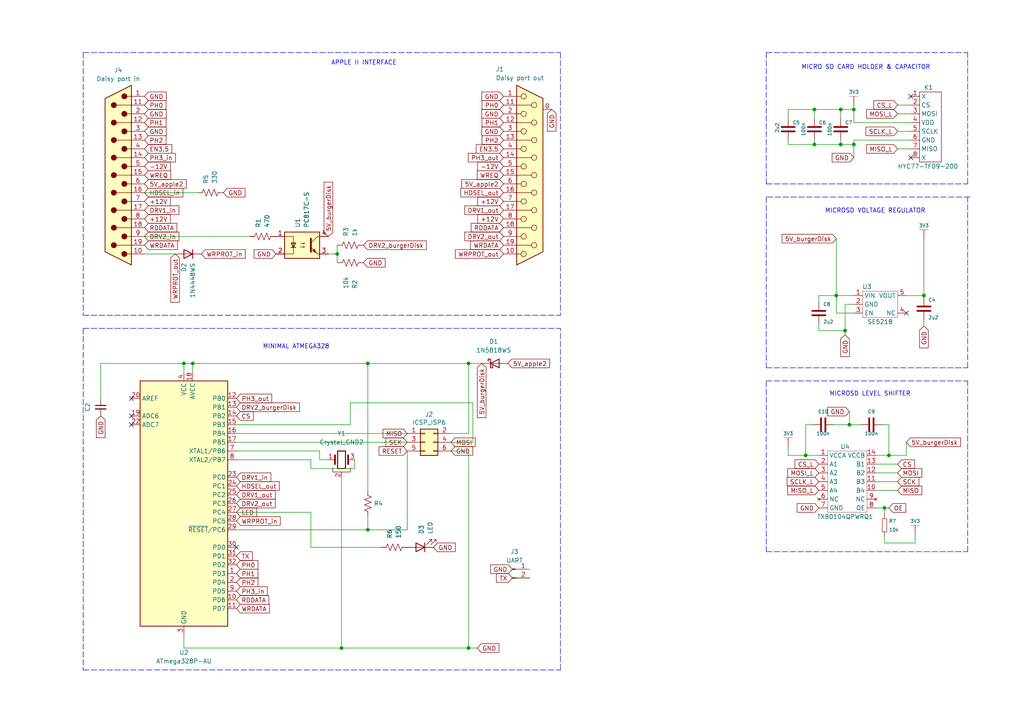
<source format=kicad_sch>
(kicad_sch (version 20250114) (generator "eeschema") (generator_version "9.0")
  (paper "A4")
  (title_block (title "DominoDisk - very small Apple II hard drive") (date "2026-01-28") (rev "v2") (company "Colin Leroy-Mira") (comment 1 "License: CC BY-SA"))
  (lib_symbols
    (symbol "Connector:Conn_01x02_Pin" (pin_names (offset 1.016) (hide yes))
      (property "Reference" "J" (at 0 2.54 0))
      (property "Value" "Conn_01x02_Pin" (at 0 -5.08 0))
      (symbol "Conn_01x02_Pin_1_1"
        (rectangle (start 0.8636 0.127) (end 0 -0.127) (stroke (width 0.1524)) (fill (type outline)))
        (rectangle (start 0.8636 -2.413) (end 0 -2.667) (stroke (width 0.1524)) (fill (type outline)))
        (polyline (pts (xy 1.27 0) (xy 0.8636 0)) (stroke (width 0.1524)))
        (polyline (pts (xy 1.27 -2.54) (xy 0.8636 -2.54)) (stroke (width 0.1524)))
        (pin passive line (at 5.08 0 180) (length 3.81) (name "Pin_1") (number "1"))
        (pin passive line (at 5.08 -2.54 180) (length 3.81) (name "Pin_2") (number "2"))
      )
    )
    (symbol "Connector_Generic:Conn_02x03_Odd_Even" (pin_names (offset 1.016) (hide yes))
      (property "Reference" "J" (at 1.27 5.08 0))
      (property "Value" "Conn_02x03_Odd_Even" (at 1.27 -5.08 0))
      (symbol "Conn_02x03_Odd_Even_1_1"
        (rectangle (start -1.27 3.81) (end 3.81 -3.81) (stroke (width 0.254)) (fill (type background)))
        (rectangle (start -1.27 2.667) (end 0 2.413) (stroke (width 0.1524)))
        (rectangle (start -1.27 0.127) (end 0 -0.127) (stroke (width 0.1524)))
        (rectangle (start -1.27 -2.413) (end 0 -2.667) (stroke (width 0.1524)))
        (rectangle (start 3.81 2.667) (end 2.54 2.413) (stroke (width 0.1524)))
        (rectangle (start 3.81 0.127) (end 2.54 -0.127) (stroke (width 0.1524)))
        (rectangle (start 3.81 -2.413) (end 2.54 -2.667) (stroke (width 0.1524)))
        (pin passive line (at -5.08 2.54 0) (length 3.81) (name "Pin_1") (number "1"))
        (pin passive line (at -5.08 0 0) (length 3.81) (name "Pin_3") (number "3"))
        (pin passive line (at -5.08 -2.54 0) (length 3.81) (name "Pin_5") (number "5"))
        (pin passive line (at 7.62 2.54 180) (length 3.81) (name "Pin_2") (number "2"))
        (pin passive line (at 7.62 0 180) (length 3.81) (name "Pin_4") (number "4"))
        (pin passive line (at 7.62 -2.54 180) (length 3.81) (name "Pin_6") (number "6"))
      )
    )
    (symbol "Device:C_Small" (pin_numbers (hide yes)) (pin_names (offset 0.254) (hide yes))
      (property "Reference" "C" (at 0.254 1.778 0))
      (property "Value" "C_Small" (at 0.254 -2.032 0))
      (symbol "C_Small_0_1"
        (polyline (pts (xy -1.524 0.508) (xy 1.524 0.508)) (stroke (width 0.3048)))
        (polyline (pts (xy -1.524 -0.508) (xy 1.524 -0.508)) (stroke (width 0.3302)))
      )
      (symbol "C_Small_1_1"
        (pin passive line (at 0 2.54 270) (length 2.032) (name "~") (number "1"))
        (pin passive line (at 0 -2.54 90) (length 2.032) (name "~") (number "2"))
      )
    )
    (symbol "Device:Crystal_GND2" (pin_names (offset 1.016) (hide yes))
      (property "Reference" "Y" (at 0 5.715 0))
      (property "Value" "Crystal_GND2" (at 0 3.81 0))
      (symbol "Crystal_GND2_0_1"
        (polyline (pts (xy -2.54 0) (xy -1.905 0)))
        (polyline (pts (xy -2.54 -2.286) (xy -2.54 -3.556) (xy 2.54 -3.556) (xy 2.54 -2.286)))
        (polyline (pts (xy -1.905 -1.27) (xy -1.905 1.27)) (stroke (width 0.508)))
        (rectangle (start -1.143 2.54) (end 1.143 -2.54) (stroke (width 0.3048)))
        (polyline (pts (xy 0 -3.81) (xy 0 -3.556)))
        (polyline (pts (xy 1.905 1.27) (xy 1.905 -1.27)) (stroke (width 0.508)))
        (polyline (pts (xy 1.905 0) (xy 2.54 0)))
      )
      (symbol "Crystal_GND2_1_1"
        (pin passive line (at -3.81 0 0) (length 1.27) (name "1") (number "1"))
        (pin passive line (at 0 -5.08 90) (length 1.27) (name "2") (number "2"))
        (pin passive line (at 3.81 0 180) (length 1.27) (name "3") (number "3"))
      )
    )
    (symbol "Device:LED" (pin_numbers (hide yes)) (pin_names (offset 1.016) (hide yes))
      (property "Reference" "D" (at 0 2.54 0))
      (property "Value" "LED" (at 0 -2.54 0))
      (symbol "LED_0_1"
        (polyline (pts (xy -3.048 -0.762) (xy -4.572 -2.286) (xy -3.81 -2.286) (xy -4.572 -2.286) (xy -4.572 -1.524)))
        (polyline (pts (xy -1.778 -0.762) (xy -3.302 -2.286) (xy -2.54 -2.286) (xy -3.302 -2.286) (xy -3.302 -1.524)))
        (polyline (pts (xy -1.27 0) (xy 1.27 0)))
        (polyline (pts (xy -1.27 -1.27) (xy -1.27 1.27)) (stroke (width 0.254)))
        (polyline (pts (xy 1.27 -1.27) (xy 1.27 1.27) (xy -1.27 0) (xy 1.27 -1.27)) (stroke (width 0.254)))
      )
      (symbol "LED_1_1"
        (pin passive line (at -3.81 0 0) (length 2.54) (name "K") (number "1"))
        (pin passive line (at 3.81 0 180) (length 2.54) (name "A") (number "2"))
      )
    )
    (symbol "Device:R_US" (pin_numbers (hide yes)) (pin_names (offset 0))
      (property "Reference" "R" (at 2.54 0 90))
      (property "Value" "R_US" (at -2.54 0 90))
      (symbol "R_US_0_1"
        (polyline (pts (xy 0 2.286) (xy 0 2.54)))
        (polyline (pts (xy 0 2.286) (xy 1.016 1.905) (xy 0 1.524) (xy -1.016 1.143) (xy 0 0.762)))
        (polyline (pts (xy 0 0.762) (xy 1.016 0.381) (xy 0 0) (xy -1.016 -0.381) (xy 0 -0.762)))
        (polyline (pts (xy 0 -0.762) (xy 1.016 -1.143) (xy 0 -1.524) (xy -1.016 -1.905) (xy 0 -2.286)))
        (polyline (pts (xy 0 -2.286) (xy 0 -2.54)))
      )
      (symbol "R_US_1_1"
        (pin passive line (at 0 3.81 270) (length 1.27) (name "~") (number "1"))
        (pin passive line (at 0 -3.81 90) (length 1.27) (name "~") (number "2"))
      )
    )
    (symbol "Diode:1N4448" (pin_numbers (hide yes)) (pin_names (hide yes))
      (property "Reference" "D" (at 0 2.54 0))
      (property "Value" "1N4448" (at 0 -2.54 0))
      (symbol "1N4448_0_1"
        (polyline (pts (xy -1.27 1.27) (xy -1.27 -1.27)) (stroke (width 0.254)))
        (polyline (pts (xy 1.27 1.27) (xy 1.27 -1.27) (xy -1.27 0) (xy 1.27 1.27)) (stroke (width 0.254)))
        (polyline (pts (xy 1.27 0) (xy -1.27 0)))
      )
      (symbol "1N4448_1_1"
        (pin passive line (at -3.81 0 0) (length 2.54) (name "K") (number "1"))
        (pin passive line (at 3.81 0 180) (length 2.54) (name "A") (number "2"))
      )
    )
    (symbol "Diode:1N5818" (pin_numbers (hide yes)) (pin_names (offset 1.016) (hide yes))
      (property "Reference" "D" (at 0 2.54 0))
      (property "Value" "1N5818" (at 0 -2.54 0))
      (symbol "1N5818_0_1"
        (polyline (pts (xy -1.905 0.635) (xy -1.905 1.27) (xy -1.27 1.27) (xy -1.27 -1.27) (xy -0.635 -1.27) (xy -0.635 -0.635)) (stroke (width 0.254)))
        (polyline (pts (xy 1.27 1.27) (xy 1.27 -1.27) (xy -1.27 0) (xy 1.27 1.27)) (stroke (width 0.254)))
        (polyline (pts (xy 1.27 0) (xy -1.27 0)))
      )
      (symbol "1N5818_1_1"
        (pin passive line (at -3.81 0 0) (length 2.54) (name "K") (number "1"))
        (pin passive line (at 3.81 0 180) (length 2.54) (name "A") (number "2"))
      )
    )
    (symbol "Isolator:PC817" (pin_names (offset 1.016))
      (property "Reference" "U" (at -5.08 5.08 0))
      (property "Value" "PC817" (at 0 5.08 0))
      (symbol "PC817_0_1"
        (rectangle (start -5.08 3.81) (end 5.08 -3.81) (stroke (width 0.254)) (fill (type background)))
        (polyline (pts (xy -5.08 2.54) (xy -2.54 2.54) (xy -2.54 -0.635)))
        (polyline (pts (xy -3.175 -0.635) (xy -1.905 -0.635)) (stroke (width 0.254)))
        (polyline (pts (xy -2.54 -0.635) (xy -2.54 -2.54) (xy -5.08 -2.54)))
        (polyline (pts (xy -2.54 -0.635) (xy -3.175 0.635) (xy -1.905 0.635) (xy -2.54 -0.635)) (stroke (width 0.254)))
        (polyline (pts (xy -0.508 0.508) (xy 0.762 0.508) (xy 0.381 0.381) (xy 0.381 0.635) (xy 0.762 0.508)))
        (polyline (pts (xy -0.508 -0.508) (xy 0.762 -0.508) (xy 0.381 -0.635) (xy 0.381 -0.381) (xy 0.762 -0.508)))
        (polyline (pts (xy 2.54 1.905) (xy 2.54 -1.905) (xy 2.54 -1.905)) (stroke (width 0.508)))
        (polyline (pts (xy 2.54 0.635) (xy 4.445 2.54)))
        (polyline (pts (xy 3.048 -1.651) (xy 3.556 -1.143) (xy 4.064 -2.159) (xy 3.048 -1.651) (xy 3.048 -1.651)) (fill (type outline)))
        (polyline (pts (xy 4.445 2.54) (xy 5.08 2.54)))
        (polyline (pts (xy 4.445 -2.54) (xy 2.54 -0.635)) (fill (type outline)))
        (polyline (pts (xy 4.445 -2.54) (xy 5.08 -2.54)))
      )
      (symbol "PC817_1_1"
        (pin passive line (at -7.62 2.54 0) (length 2.54) (name "~") (number "1"))
        (pin passive line (at -7.62 -2.54 0) (length 2.54) (name "~") (number "2"))
        (pin passive line (at 7.62 2.54 180) (length 2.54) (name "~") (number "4"))
        (pin passive line (at 7.62 -2.54 180) (length 2.54) (name "~") (number "3"))
      )
    )
    (symbol "MCU_Microchip_ATmega:ATmega328P-AU"
      (property "Reference" "U3" (at 0 -43.18 0))
      (property "Value" "ATmega328P-AU" (at 0 -45.72 0))
      (symbol "ATmega328P-AU_0_1"
        (rectangle (start -12.7 -35.56) (end 12.7 35.56) (stroke (width 0.254)) (fill (type background)))
      )
      (symbol "ATmega328P-AU_1_1"
        (pin passive line (at -15.24 30.48 0) (length 2.54) (name "AREF") (number "20"))
        (pin input line (at -15.24 25.4 0) (length 2.54) (name "ADC6") (number "19"))
        (pin input line (at -15.24 22.86 0) (length 2.54) (name "ADC7") (number "22"))
        (pin power_in line (at 0 38.1 270) (length 2.54) (name "VCC") (number "4"))
        (pin passive line (at 0 38.1 270) (length 2.54) (hide yes) (name "VCC") (number "6"))
        (pin passive line (at 0 -38.1 90) (length 2.54) (hide yes) (name "GND") (number "21"))
        (pin passive line (at 0 -38.1 90) (length 2.54) (name "GND") (number "3"))
        (pin passive line (at 0 -38.1 90) (length 2.54) (hide yes) (name "GND") (number "5"))
        (pin power_in line (at 2.54 38.1 270) (length 2.54) (name "AVCC") (number "18"))
        (pin tri_state line (at 15.24 30.48 180) (length 2.54) (name "PB0") (number "12"))
        (pin tri_state line (at 15.24 27.94 180) (length 2.54) (name "PB1") (number "13"))
        (pin tri_state line (at 15.24 25.4 180) (length 2.54) (name "PB2") (number "14"))
        (pin tri_state line (at 15.24 22.86 180) (length 2.54) (name "PB3") (number "15"))
        (pin tri_state line (at 15.24 20.32 180) (length 2.54) (name "PB4") (number "16"))
        (pin tri_state line (at 15.24 17.78 180) (length 2.54) (name "PB5") (number "17"))
        (pin tri_state line (at 15.24 15.24 180) (length 2.54) (name "XTAL1/PB6") (number "7"))
        (pin tri_state line (at 15.24 12.7 180) (length 2.54) (name "XTAL2/PB7") (number "8"))
        (pin tri_state line (at 15.24 7.62 180) (length 2.54) (name "PC0") (number "23"))
        (pin tri_state line (at 15.24 5.08 180) (length 2.54) (name "PC1") (number "24"))
        (pin tri_state line (at 15.24 2.54 180) (length 2.54) (name "PC2") (number "25"))
        (pin tri_state line (at 15.24 0 180) (length 2.54) (name "PC3") (number "26"))
        (pin tri_state line (at 15.24 -2.54 180) (length 2.54) (name "PC4") (number "27"))
        (pin tri_state line (at 15.24 -5.08 180) (length 2.54) (name "PC5") (number "28"))
        (pin tri_state line (at 15.24 -7.62 180) (length 2.54) (name "~{RESET}/PC6") (number "29"))
        (pin tri_state line (at 15.24 -12.7 180) (length 2.54) (name "PD0") (number "30"))
        (pin tri_state line (at 15.24 -15.24 180) (length 2.54) (name "PD1") (number "31"))
        (pin tri_state line (at 15.24 -17.78 180) (length 2.54) (name "PD2") (number "32"))
        (pin tri_state line (at 15.24 -20.32 180) (length 2.54) (name "PD3") (number "1"))
        (pin tri_state line (at 15.24 -22.86 180) (length 2.54) (name "PD4") (number "2"))
        (pin tri_state line (at 15.24 -25.4 180) (length 2.54) (name "PD5") (number "9"))
        (pin tri_state line (at 15.24 -27.94 180) (length 2.54) (name "PD6") (number "10"))
        (pin tri_state line (at 15.24 -30.48 180) (length 2.54) (name "PD7") (number "11"))
      )
    )
    (symbol "db19:DB19_Female" (pin_names (offset 1.016) (hide yes))
      (property "Reference" "J1" (at -9.906 30.734 0))
      (property "Value" "Daisy port out" (at -9.906 28.194 0))
      (symbol "DB19_Female_0_1"
        (polyline (pts (xy -3.81 26.035) (xy 3.81 22.225) (xy 3.81 -22.225) (xy -3.81 -26.035) (xy -3.81 26.035)) (stroke (width 0.254)) (fill (type background)))
        (polyline (pts (xy -3.81 22.86) (xy -2.54 22.86)))
        (polyline (pts (xy -3.81 20.32) (xy 0.508 20.32)))
        (polyline (pts (xy -3.81 17.78) (xy -2.54 17.78)))
        (polyline (pts (xy -3.81 15.24) (xy 0.508 15.24)))
        (polyline (pts (xy -3.81 12.7) (xy -2.54 12.7)))
        (polyline (pts (xy -3.81 10.16) (xy 0.508 10.16)))
        (polyline (pts (xy -3.81 7.62) (xy -2.54 7.62)))
        (polyline (pts (xy -3.81 5.08) (xy 0.508 5.08)))
        (polyline (pts (xy -3.81 2.54) (xy -2.54 2.54)))
        (polyline (pts (xy -3.81 0) (xy 0.508 0)))
        (polyline (pts (xy -3.81 -2.54) (xy -2.54 -2.54)))
        (polyline (pts (xy -3.81 -5.08) (xy 0.508 -5.08)))
        (polyline (pts (xy -3.81 -7.62) (xy -2.54 -7.62)))
        (polyline (pts (xy -3.81 -10.16) (xy 0.508 -10.16)))
        (polyline (pts (xy -3.81 -12.7) (xy -2.54 -12.7)))
        (polyline (pts (xy -3.81 -15.24) (xy 0.508 -15.24)))
        (polyline (pts (xy -3.81 -17.78) (xy -2.54 -17.78)))
        (polyline (pts (xy -3.81 -20.32) (xy 0.508 -20.32)))
        (polyline (pts (xy -3.81 -22.86) (xy -2.54 -22.86)))
        (circle (center -1.778 22.86) (radius 0.762))
        (circle (center -1.778 17.78) (radius 0.762))
        (circle (center -1.778 12.7) (radius 0.762))
        (circle (center -1.778 7.62) (radius 0.762))
        (circle (center -1.778 2.54) (radius 0.762))
        (circle (center -1.778 -2.54) (radius 0.762))
        (circle (center -1.778 -7.62) (radius 0.762))
        (circle (center -1.778 -12.7) (radius 0.762))
        (circle (center -1.778 -17.78) (radius 0.762))
        (circle (center -1.778 -22.86) (radius 0.762))
        (circle (center 1.27 20.32) (radius 0.762))
        (circle (center 1.27 15.24) (radius 0.762))
        (circle (center 1.27 10.16) (radius 0.762))
        (circle (center 1.27 5.08) (radius 0.762))
        (circle (center 1.27 0) (radius 0.762))
        (circle (center 1.27 -5.08) (radius 0.762))
        (circle (center 1.27 -10.16) (radius 0.762))
        (circle (center 1.27 -15.24) (radius 0.762))
        (circle (center 1.27 -20.32) (radius 0.762))
      )
      (symbol "DB19_Female_1_1"
        (pin passive line (at -7.62 22.86 0) (length 3.81) (name "1") (number "1"))
        (pin passive line (at -7.62 20.32 0) (length 3.81) (name "P11") (number "11"))
        (pin passive line (at -7.62 17.78 0) (length 3.81) (name "2") (number "2"))
        (pin passive line (at -7.62 15.24 0) (length 3.81) (name "P12") (number "12"))
        (pin passive line (at -7.62 12.7 0) (length 3.81) (name "3") (number "3"))
        (pin passive line (at -7.62 10.16 0) (length 3.81) (name "P13") (number "13"))
        (pin passive line (at -7.62 7.62 0) (length 3.81) (name "4") (number "4"))
        (pin passive line (at -7.62 5.08 0) (length 3.81) (name "P14") (number "14"))
        (pin passive line (at -7.62 2.54 0) (length 3.81) (name "5") (number "5"))
        (pin passive line (at -7.62 0 0) (length 3.81) (name "P15") (number "15"))
        (pin passive line (at -7.62 -2.54 0) (length 3.81) (name "6") (number "6"))
        (pin passive line (at -7.62 -5.08 0) (length 3.81) (name "P16") (number "16"))
        (pin passive line (at -7.62 -7.62 0) (length 3.81) (name "7") (number "7"))
        (pin passive line (at -7.62 -10.16 0) (length 3.81) (name "P17") (number "17"))
        (pin passive line (at -7.62 -12.7 0) (length 3.81) (name "8") (number "8"))
        (pin passive line (at -7.62 -15.24 0) (length 3.81) (name "P18") (number "18"))
        (pin passive line (at -7.62 -17.78 0) (length 3.81) (name "9") (number "9"))
        (pin passive line (at -7.62 -20.32 0) (length 3.81) (name "P19") (number "19"))
        (pin passive line (at -7.62 -22.86 0) (length 3.81) (name "10") (number "10"))
        (pin passive line (at 6.35 19.05 180) (length 2.54) (name "") (number "0"))
      )
    )
    (symbol "db19:DB19_Male" (pin_names (offset 1.016) (hide yes))
      (property "Reference" "J" (at 0 26.035 0))
      (property "Value" "DB19_Male" (at 0 -27.305 0))
      (symbol "DB19_Male_0_1"
        (polyline (pts (xy -3.81 22.86) (xy -2.54 22.86)))
        (polyline (pts (xy -3.81 20.32) (xy 0.508 20.32)))
        (polyline (pts (xy -3.81 17.78) (xy -2.54 17.78)))
        (polyline (pts (xy -3.81 15.24) (xy 0.508 15.24)))
        (polyline (pts (xy -3.81 12.7) (xy -2.54 12.7)))
        (polyline (pts (xy -3.81 10.16) (xy 0.508 10.16)))
        (polyline (pts (xy -3.81 7.62) (xy -2.54 7.62)))
        (polyline (pts (xy -3.81 5.08) (xy 0.508 5.08)))
        (polyline (pts (xy -3.81 2.54) (xy -2.54 2.54)))
        (polyline (pts (xy -3.81 0) (xy 0.508 0)))
        (polyline (pts (xy -3.81 -2.54) (xy -2.54 -2.54)))
        (polyline (pts (xy -3.81 -5.08) (xy 0.508 -5.08)))
        (polyline (pts (xy -3.81 -7.62) (xy -2.54 -7.62)))
        (polyline (pts (xy -3.81 -10.16) (xy 0.508 -10.16)))
        (polyline (pts (xy -3.81 -12.7) (xy -2.54 -12.7)))
        (polyline (pts (xy -3.81 -15.24) (xy 0.508 -15.24)))
        (polyline (pts (xy -3.81 -17.78) (xy -2.54 -17.78)))
        (polyline (pts (xy -3.81 -20.32) (xy 0.508 -20.32)))
        (polyline (pts (xy -3.81 -22.86) (xy -2.54 -22.86)))
        (polyline (pts (xy -3.81 -26.035) (xy 3.81 -22.225) (xy 3.81 22.225) (xy -3.81 26.035) (xy -3.81 -26.035)) (stroke (width 0.254)) (fill (type background)))
        (circle (center -1.778 22.86) (radius 0.762) (fill (type outline)))
        (circle (center -1.778 17.78) (radius 0.762) (fill (type outline)))
        (circle (center -1.778 12.7) (radius 0.762) (fill (type outline)))
        (circle (center -1.778 7.62) (radius 0.762) (fill (type outline)))
        (circle (center -1.778 2.54) (radius 0.762) (fill (type outline)))
        (circle (center -1.778 -2.54) (radius 0.762) (fill (type outline)))
        (circle (center -1.778 -7.62) (radius 0.762) (fill (type outline)))
        (circle (center -1.778 -12.7) (radius 0.762) (fill (type outline)))
        (circle (center -1.778 -17.78) (radius 0.762) (fill (type outline)))
        (circle (center -1.778 -22.86) (radius 0.762) (fill (type outline)))
        (circle (center 1.27 20.32) (radius 0.762) (fill (type outline)))
        (circle (center 1.27 15.24) (radius 0.762) (fill (type outline)))
        (circle (center 1.27 10.16) (radius 0.762) (fill (type outline)))
        (circle (center 1.27 5.08) (radius 0.762) (fill (type outline)))
        (circle (center 1.27 0) (radius 0.762) (fill (type outline)))
        (circle (center 1.27 -5.08) (radius 0.762) (fill (type outline)))
        (circle (center 1.27 -10.16) (radius 0.762) (fill (type outline)))
        (circle (center 1.27 -15.24) (radius 0.762) (fill (type outline)))
        (circle (center 1.27 -20.32) (radius 0.762) (fill (type outline)))
      )
      (symbol "DB19_Male_1_1"
        (pin passive line (at -7.62 22.86 0) (length 3.81) (name "10") (number "10"))
        (pin passive line (at -7.62 20.32 0) (length 3.81) (name "P19") (number "19"))
        (pin passive line (at -7.62 17.78 0) (length 3.81) (name "9") (number "9"))
        (pin passive line (at -7.62 15.24 0) (length 3.81) (name "P18") (number "18"))
        (pin passive line (at -7.62 12.7 0) (length 3.81) (name "8") (number "8"))
        (pin passive line (at -7.62 10.16 0) (length 3.81) (name "P17") (number "17"))
        (pin passive line (at -7.62 7.62 0) (length 3.81) (name "7") (number "7"))
        (pin passive line (at -7.62 5.08 0) (length 3.81) (name "P16") (number "16"))
        (pin passive line (at -7.62 2.54 0) (length 3.81) (name "6") (number "6"))
        (pin passive line (at -7.62 0 0) (length 3.81) (name "P15") (number "15"))
        (pin passive line (at -7.62 -2.54 0) (length 3.81) (name "5") (number "5"))
        (pin passive line (at -7.62 -5.08 0) (length 3.81) (name "P14") (number "14"))
        (pin passive line (at -7.62 -7.62 0) (length 3.81) (name "4") (number "4"))
        (pin passive line (at -7.62 -10.16 0) (length 3.81) (name "P13") (number "13"))
        (pin passive line (at -7.62 -12.7 0) (length 3.81) (name "3") (number "3"))
        (pin passive line (at -7.62 -15.24 0) (length 3.81) (name "P12") (number "12"))
        (pin passive line (at -7.62 -17.78 0) (length 3.81) (name "2") (number "2"))
        (pin passive line (at -7.62 -20.32 0) (length 3.81) (name "P11") (number "11"))
        (pin passive line (at -7.62 -22.86 0) (length 3.81) (name "1") (number "1"))
      )
    )
    (symbol "e-radionica.com schematics:0603C" (pin_numbers (hide yes)) (pin_names (offset 0.002))
      (property "Reference" "C" (at -0.635 3.175 0))
      (property "Value" "0603C" (at 0 -3.175 0))
      (symbol "0603C_0_1"
        (polyline (pts (xy -0.635 1.905) (xy -0.635 -1.905)) (stroke (width 0.5)))
        (polyline (pts (xy 0.635 1.905) (xy 0.635 -1.905)) (stroke (width 0.5)))
      )
      (symbol "0603C_1_1"
        (pin passive line (at -3.175 0 0) (length 2.54) (name "~") (number "1"))
        (pin passive line (at 3.175 0 180) (length 2.54) (name "~") (number "2"))
      )
    )
    (symbol "e-radionica.com schematics:0603R" (pin_numbers (hide yes)) (pin_names (offset 0.254))
      (property "Reference" "R" (at -1.905 1.905 0))
      (property "Value" "0603R" (at 0 -1.905 0))
      (symbol "0603R_0_1"
        (rectangle (start -1.905 0.635) (end -1.8796 -0.635) (stroke (width 0.1)))
        (rectangle (start -1.905 0.635) (end 1.905 0.6096) (stroke (width 0.1)))
        (rectangle (start -1.905 -0.635) (end 1.905 -0.6604) (stroke (width 0.1)))
        (rectangle (start 1.905 0.635) (end 1.9304 -0.635) (stroke (width 0.1)))
      )
      (symbol "0603R_1_1"
        (pin passive line (at -3.175 0 0) (length 1.27) (name "~") (number "1"))
        (pin passive line (at 3.175 0 180) (length 1.27) (name "~") (number "2"))
      )
    )
    (symbol "e-radionica.com schematics:3V3" (power) (pin_names (offset 0))
      (property "Value" "3V3" (at 0 3.556 0))
      (symbol "3V3_0_1"
        (polyline (pts (xy -1.27 2.54) (xy 1.27 2.54)) (stroke (width 0.0006)))
        (polyline (pts (xy 0 0) (xy 0 2.54)))
      )
      (symbol "3V3_1_1"
        (pin power_in line (at 0 0 90) (length 0) (hide yes) (name "3V3") (number "1"))
      )
    )
    (symbol "e-radionica.com schematics:HYC77-TF09-200"
      (property "Reference" "K" (at 0 11.43 0))
      (property "Value" "HYC77-TF09-200" (at 0 -11.43 0))
      (symbol "HYC77-TF09-200_0_1"
        (rectangle (start -2.54 10.16) (end 3.81 -10.16) (stroke (width 0.1524)))
      )
      (symbol "HYC77-TF09-200_1_1"
        (pin bidirectional line (at -5.08 8.89 0) (length 2.54) (name "X") (number "1"))
        (pin bidirectional line (at -5.08 6.35 0) (length 2.54) (name "CS") (number "2"))
        (pin bidirectional line (at -5.08 3.81 0) (length 2.54) (name "MOSI") (number "3"))
        (pin bidirectional line (at -5.08 1.27 0) (length 2.54) (name "VDD") (number "4"))
        (pin bidirectional line (at -5.08 -1.27 0) (length 2.54) (name "SCLK") (number "5"))
        (pin bidirectional line (at -5.08 -3.81 0) (length 2.54) (name "GND") (number "6"))
        (pin bidirectional line (at -5.08 -6.35 0) (length 2.54) (name "MISO") (number "7"))
        (pin bidirectional line (at -5.08 -8.89 0) (length 2.54) (name "X") (number "8"))
      )
    )
    (symbol "e-radionica.com schematics:SE5218"
      (property "Reference" "U2" (at -3.81 5.08 0))
      (property "Value" "SE5218" (at 0 -5.08 0))
      (symbol "SE5218_0_1"
        (rectangle (start -5.08 3.81) (end 5.08 -3.81) (stroke (width 0.0006)))
      )
      (symbol "SE5218_1_1"
        (pin power_in line (at -7.62 2.54 0) (length 2.54) (name "VIN") (number "1"))
        (pin passive line (at -7.62 0 0) (length 2.54) (name "GND") (number "2"))
        (pin input line (at -7.62 -2.54 0) (length 2.54) (name "EN") (number "3"))
        (pin power_out line (at 7.62 2.54 180) (length 2.54) (name "VOUT") (number "5"))
        (pin passive line (at 7.62 -2.54 180) (length 2.54) (name "NC") (number "4"))
      )
    )
    (symbol "e-radionica.com schematics:TXB0104QPWRQ1"
      (property "Reference" "U" (at 0 8.89 0))
      (property "Value" "TXB0104QPWRQ1" (at 0 -11.43 0))
      (symbol "TXB0104QPWRQ1_0_1"
        (rectangle (start -5.08 7.62) (end 6.35 -10.16) (stroke (width 0.0006)))
      )
      (symbol "TXB0104QPWRQ1_1_1"
        (pin power_in line (at -7.62 6.35 0) (length 2.54) (name "VCCA") (number "1"))
        (pin passive line (at -7.62 3.81 0) (length 2.54) (name "A1") (number "2"))
        (pin passive line (at -7.62 1.27 0) (length 2.54) (name "A2") (number "3"))
        (pin passive line (at -7.62 -1.27 0) (length 2.54) (name "A3") (number "4"))
        (pin passive line (at -7.62 -3.81 0) (length 2.54) (name "A4") (number "5"))
        (pin no_connect line (at -7.62 -6.35 0) (length 2.54) (name "NC") (number "6"))
        (pin passive line (at -7.62 -8.89 0) (length 2.54) (name "GND") (number "7"))
        (pin power_out line (at 8.89 6.35 180) (length 2.54) (name "VCCB") (number "14"))
        (pin passive line (at 8.89 3.81 180) (length 2.54) (name "B1") (number "13"))
        (pin passive line (at 8.89 1.27 180) (length 2.54) (name "B2") (number "12"))
        (pin passive line (at 8.89 -1.27 180) (length 2.54) (name "B3") (number "11"))
        (pin passive line (at 8.89 -3.81 180) (length 2.54) (name "B4") (number "10"))
        (pin no_connect line (at 8.89 -6.35 180) (length 2.54) (name "NC") (number "9"))
        (pin passive line (at 8.89 -8.89 180) (length 2.54) (name "OE") (number "8"))
      )
    )
  )
  (text "MICROSD LEVEL SHIFTER" (at 240.538 115.062 0) (effects (font (size 1.27 1.27)) (justify left bottom)))
  (text "MINIMAL ATMEGA328" (at 76.2 101.346 0) (effects (font (size 1.27 1.27)) (justify left bottom)))
  (text "MICROSD VOLTAGE REGULATOR\n" (at 239.268 61.976 0) (effects (font (size 1.27 1.27)) (justify left bottom)))
  (text "APPLE II INTERFACE" (at 96.012 19.05 0) (effects (font (size 1.27 1.27)) (justify left bottom)))
  (text "MICRO SD CARD HOLDER & CAPACITOR" (at 232.41 20.32 0) (effects (font (size 1.27 1.27)) (justify left bottom)))
  (junction (at 135.89 105.41))
  (junction (at 247.65 41.91) (diameter 0.9144))
  (junction (at 245.11 95.885) (diameter 0.9144))
  (junction (at 233.68 132.08))
  (junction (at 257.81 132.08) (diameter 0.9144))
  (junction (at 55.88 105.41))
  (junction (at 53.34 105.41))
  (junction (at 247.65 31.75) (diameter 0.9144))
  (junction (at 267.97 85.725) (diameter 0.9144))
  (junction (at 236.22 31.75) (diameter 0.9144))
  (junction (at 236.22 41.91) (diameter 0.9144))
  (junction (at 99.06 187.96))
  (junction (at 97.79 73.66))
  (junction (at 242.57 85.725) (diameter 0.9144))
  (junction (at 106.68 153.67))
  (junction (at 256.54 147.32) (diameter 0.9144))
  (junction (at 106.68 105.41))
  (junction (at 243.84 41.91) (diameter 0.9144))
  (junction (at 135.89 187.96))
  (junction (at 246.38 123.19))
  (junction (at 243.84 31.75) (diameter 0.9144))
  (no_connect (at 38.1 115.57))
  (no_connect (at 264.16 45.72))
  (no_connect (at 38.1 123.19))
  (no_connect (at 38.1 120.65))
  (no_connect (at 262.89 90.805))
  (no_connect (at 264.16 27.94))
  (no_connect (at 68.58 158.75))
  (polyline (pts (xy 222.25 15.24) (xy 222.25 53.34)) (stroke (width 0) (type dash)))
  (polyline (pts (xy 222.25 160.02) (xy 280.67 160.02)) (stroke (width 0) (type dash)))
  (wire (pts (xy 245.11 95.885) (xy 245.11 97.155)))
  (wire (pts (xy 92.71 130.81) (xy 68.58 130.81)))
  (wire (pts (xy 237.49 95.885) (xy 245.11 95.885)))
  (wire (pts (xy 247.65 41.91) (xy 247.65 45.72)))
  (polyline (pts (xy 222.25 106.68) (xy 280.67 106.68)) (stroke (width 0) (type dash)))
  (wire (pts (xy 237.49 93.98) (xy 237.49 95.885)))
  (wire (pts (xy 97.79 76.2) (xy 97.79 73.66)))
  (wire (pts (xy 255.905 123.19) (xy 257.81 123.19)))
  (wire (pts (xy 243.84 31.75) (xy 247.65 31.75)))
  (wire (pts (xy 254 137.16) (xy 260.35 137.16)))
  (wire (pts (xy 68.58 125.73) (xy 118.11 125.73)))
  (wire (pts (xy 237.49 87.63) (xy 237.49 85.725)))
  (polyline (pts (xy 24.13 95.25) (xy 24.13 194.31)) (stroke (width 0) (type dash)))
  (wire (pts (xy 241.935 123.19) (xy 246.38 123.19)))
  (wire (pts (xy 247.65 90.805) (xy 242.57 90.805)))
  (wire (pts (xy 55.88 107.95) (xy 55.88 105.41)))
  (wire (pts (xy 254 139.7) (xy 260.35 139.7)))
  (wire (pts (xy 247.65 31.75) (xy 247.65 35.56)))
  (wire (pts (xy 55.88 105.41) (xy 106.68 105.41)))
  (wire (pts (xy 137.16 116.84) (xy 137.16 128.27)))
  (wire (pts (xy 53.34 107.95) (xy 53.34 105.41)))
  (polyline (pts (xy 222.25 110.49) (xy 222.25 160.02)) (stroke (width 0) (type dash)))
  (polyline (pts (xy 222.25 110.49) (xy 280.67 110.49)) (stroke (width 0) (type dash)))
  (polyline (pts (xy 280.67 53.34) (xy 280.67 15.24)) (stroke (width 0) (type dash)))
  (polyline (pts (xy 24.13 15.24) (xy 24.13 91.44)) (stroke (width 0) (type dash)))
  (wire (pts (xy 228.6 31.75) (xy 236.22 31.75)))
  (wire (pts (xy 254 142.24) (xy 260.35 142.24)))
  (wire (pts (xy 135.89 125.73) (xy 135.89 105.41)))
  (wire (pts (xy 68.58 153.67) (xy 106.68 153.67)))
  (wire (pts (xy 233.68 123.19) (xy 235.585 123.19)))
  (polyline (pts (xy 24.13 194.31) (xy 162.56 194.31)) (stroke (width 0) (type dash)))
  (wire (pts (xy 41.91 68.58) (xy 72.39 68.58)))
  (wire (pts (xy 68.58 148.59) (xy 90.17 148.59)))
  (wire (pts (xy 50.8 73.66) (xy 41.91 73.66)))
  (wire (pts (xy 256.54 147.32) (xy 256.54 149.225)))
  (polyline (pts (xy 280.67 106.68) (xy 280.67 57.15)) (stroke (width 0) (type dash)))
  (wire (pts (xy 95.25 73.66) (xy 97.79 73.66)))
  (wire (pts (xy 247.65 35.56) (xy 264.16 35.56)))
  (wire (pts (xy 228.6 132.08) (xy 233.68 132.08)))
  (wire (pts (xy 260.35 43.18) (xy 264.16 43.18)))
  (wire (pts (xy 99.06 187.96) (xy 135.89 187.96)))
  (wire (pts (xy 256.54 155.575) (xy 256.54 157.48)))
  (polyline (pts (xy 222.25 15.24) (xy 280.67 15.24)) (stroke (width 0) (type dash)))
  (wire (pts (xy 135.89 187.96) (xy 138.43 187.96)))
  (wire (pts (xy 254 132.08) (xy 257.81 132.08)))
  (wire (pts (xy 246.38 119.38) (xy 246.38 123.19)))
  (wire (pts (xy 256.54 147.32) (xy 257.81 147.32)))
  (wire (pts (xy 118.11 128.27) (xy 68.58 128.27)))
  (wire (pts (xy 95.25 133.35) (xy 92.71 133.35)))
  (wire (pts (xy 130.81 125.73) (xy 135.89 125.73)))
  (wire (pts (xy 260.35 38.1) (xy 264.16 38.1)))
  (wire (pts (xy 254 134.62) (xy 260.35 134.62)))
  (wire (pts (xy 242.57 90.805) (xy 242.57 85.725)))
  (wire (pts (xy 242.57 69.215) (xy 242.57 85.725)))
  (wire (pts (xy 228.6 34.29) (xy 228.6 31.75)))
  (wire (pts (xy 90.17 135.89) (xy 90.17 133.35)))
  (wire (pts (xy 267.97 69.215) (xy 267.97 85.725)))
  (wire (pts (xy 97.79 73.66) (xy 97.79 71.12)))
  (wire (pts (xy 267.97 92.71) (xy 267.97 94.615)))
  (wire (pts (xy 228.6 41.91) (xy 236.22 41.91)))
  (wire (pts (xy 106.68 153.67) (xy 118.11 153.67)))
  (wire (pts (xy 233.68 123.19) (xy 233.68 132.08)))
  (wire (pts (xy 247.65 40.64) (xy 264.16 40.64)))
  (wire (pts (xy 262.89 85.725) (xy 267.97 85.725)))
  (wire (pts (xy 243.84 31.75) (xy 243.84 34.29)))
  (polyline (pts (xy 162.56 15.24) (xy 162.56 91.44)) (stroke (width 0) (type dash)))
  (wire (pts (xy 254 147.32) (xy 256.54 147.32)))
  (wire (pts (xy 130.81 130.81) (xy 135.89 130.81)))
  (wire (pts (xy 53.34 187.96) (xy 99.06 187.96)))
  (wire (pts (xy 106.68 105.41) (xy 106.68 142.24)))
  (wire (pts (xy 262.89 132.08) (xy 257.81 132.08)))
  (wire (pts (xy 236.22 31.75) (xy 243.84 31.75)))
  (wire (pts (xy 106.68 149.86) (xy 106.68 153.67)))
  (wire (pts (xy 246.38 123.19) (xy 249.555 123.19)))
  (wire (pts (xy 247.65 30.48) (xy 247.65 31.75)))
  (wire (pts (xy 267.97 85.725) (xy 267.97 86.36)))
  (wire (pts (xy 243.84 41.91) (xy 247.65 41.91)))
  (polyline (pts (xy 24.13 95.25) (xy 162.56 95.25)) (stroke (width 0) (type dash)))
  (polyline (pts (xy 162.56 194.31) (xy 162.56 95.25)) (stroke (width 0) (type dash)))
  (wire (pts (xy 236.22 41.91) (xy 243.84 41.91)))
  (wire (pts (xy 236.22 40.64) (xy 236.22 41.91)))
  (polyline (pts (xy 222.25 57.15) (xy 222.25 106.68)) (stroke (width 0) (type dash)))
  (wire (pts (xy 148.59 167.64) (xy 153.67 167.64)))
  (wire (pts (xy 247.65 85.725) (xy 242.57 85.725)))
  (wire (pts (xy 118.11 153.67) (xy 118.11 130.81)))
  (wire (pts (xy 247.65 88.265) (xy 245.11 88.265)))
  (wire (pts (xy 101.6 116.84) (xy 101.6 123.19)))
  (wire (pts (xy 106.68 105.41) (xy 135.89 105.41)))
  (wire (pts (xy 257.81 123.19) (xy 257.81 132.08)))
  (wire (pts (xy 41.91 55.88) (xy 57.15 55.88)))
  (wire (pts (xy 102.87 135.89) (xy 90.17 135.89)))
  (wire (pts (xy 102.87 133.35) (xy 102.87 135.89)))
  (wire (pts (xy 262.89 128.27) (xy 262.89 132.08)))
  (wire (pts (xy 237.49 85.725) (xy 242.57 85.725)))
  (wire (pts (xy 53.34 184.15) (xy 53.34 187.96)))
  (wire (pts (xy 101.6 123.19) (xy 68.58 123.19)))
  (wire (pts (xy 137.16 128.27) (xy 130.81 128.27)))
  (wire (pts (xy 99.06 138.43) (xy 99.06 187.96)))
  (wire (pts (xy 233.68 132.08) (xy 237.49 132.08)))
  (polyline (pts (xy 222.25 53.34) (xy 280.67 53.34)) (stroke (width 0) (type dash)))
  (wire (pts (xy 90.17 133.35) (xy 68.58 133.35)))
  (wire (pts (xy 243.84 40.64) (xy 243.84 41.91)))
  (wire (pts (xy 256.54 157.48) (xy 265.43 157.48)))
  (wire (pts (xy 260.35 33.02) (xy 264.16 33.02)))
  (wire (pts (xy 245.11 88.265) (xy 245.11 95.885)))
  (wire (pts (xy 265.43 157.48) (xy 265.43 154.94)))
  (polyline (pts (xy 280.67 160.02) (xy 280.67 110.49)) (stroke (width 0) (type dash)))
  (wire (pts (xy 53.34 105.41) (xy 55.88 105.41)))
  (wire (pts (xy 247.65 40.64) (xy 247.65 41.91)))
  (wire (pts (xy 135.89 105.41) (xy 139.7 105.41)))
  (wire (pts (xy 228.6 129.54) (xy 228.6 132.08)))
  (wire (pts (xy 135.89 130.81) (xy 135.89 187.96)))
  (polyline (pts (xy 24.13 15.24) (xy 162.56 15.24)) (stroke (width 0) (type dash)))
  (wire (pts (xy 101.6 116.84) (xy 137.16 116.84)))
  (wire (pts (xy 236.22 31.75) (xy 236.22 34.29)))
  (wire (pts (xy 29.21 105.41) (xy 53.34 105.41)))
  (wire (pts (xy 90.17 158.75) (xy 110.49 158.75)))
  (polyline (pts (xy 24.13 91.44) (xy 162.56 91.44)) (stroke (width 0) (type dash)))
  (wire (pts (xy 92.71 133.35) (xy 92.71 130.81)))
  (wire (pts (xy 90.17 148.59) (xy 90.17 158.75)))
  (polyline (pts (xy 281.305 57.15) (xy 222.25 57.15)) (stroke (width 0) (type dash)))
  (wire (pts (xy 228.6 40.64) (xy 228.6 41.91)))
  (wire (pts (xy 29.21 115.57) (xy 29.21 105.41)))
  (wire (pts (xy 148.59 165.1) (xy 153.67 165.1)))
  (wire (pts (xy 260.35 30.48) (xy 264.16 30.48)))
  (global_label "+12V" (shape input) (at 146.05 63.5 180) (property "Intersheetrefs" "${INTERSHEET_REFS}" (effects (hide yes))))
  (global_label "5V_burgerDisk" (shape input) (at 95.25 68.58 90) (property "Intersheetrefs" "${INTERSHEET_REFS}" (effects (hide yes))))
  (global_label "WRDATA" (shape input) (at 146.05 71.12 180) (property "Intersheetrefs" "${INTERSHEET_REFS}" (effects (hide yes))))
  (global_label "OE" (shape input) (at 257.81 147.32 0) (property "Intersheetrefs" "${INTERSHEET_REFS}" (effects (hide yes))))
  (global_label "MOSI" (shape input) (at 130.81 128.27 0) (property "Intersheetrefs" "${INTERSHEET_REFS}" (effects (hide yes))))
  (global_label "PH0" (shape input) (at 41.91 30.48 0) (property "Intersheetrefs" "${INTERSHEET_REFS}" (effects (hide yes))))
  (global_label "GND" (shape input) (at 247.65 45.72 180) (property "Intersheetrefs" "${INTERSHEET_REFS}" (effects (hide yes))))
  (global_label "+12V" (shape input) (at 41.91 63.5 0) (property "Intersheetrefs" "${INTERSHEET_REFS}" (effects (hide yes))))
  (global_label "RDDATA" (shape input) (at 68.58 173.99 0) (property "Intersheetrefs" "${INTERSHEET_REFS}" (effects (hide yes))))
  (global_label "-12V" (shape input) (at 146.05 48.26 180) (property "Intersheetrefs" "${INTERSHEET_REFS}" (effects (hide yes))))
  (global_label "DRV2_out" (shape input) (at 146.05 68.58 180) (property "Intersheetrefs" "${INTERSHEET_REFS}" (effects (hide yes))))
  (global_label "GND" (shape input) (at 146.05 38.1 180) (property "Intersheetrefs" "${INTERSHEET_REFS}" (effects (hide yes))))
  (global_label "WRPROT_in" (shape input) (at 58.42 73.66 0) (property "Intersheetrefs" "${INTERSHEET_REFS}" (effects (hide yes))))
  (global_label "PH2" (shape input) (at 41.91 40.64 0) (property "Intersheetrefs" "${INTERSHEET_REFS}" (effects (hide yes))))
  (global_label "DRV1_out" (shape input) (at 68.58 143.51 0) (property "Intersheetrefs" "${INTERSHEET_REFS}" (effects (hide yes))))
  (global_label "DRV2_burgerDisk" (shape input) (at 105.41 71.12 0) (property "Intersheetrefs" "${INTERSHEET_REFS}" (effects (hide yes))))
  (global_label "RDDATA" (shape input) (at 41.91 66.04 0) (property "Intersheetrefs" "${INTERSHEET_REFS}" (effects (hide yes))))
  (global_label "GND" (shape input) (at 64.77 55.88 0) (property "Intersheetrefs" "${INTERSHEET_REFS}" (effects (hide yes))))
  (global_label "SCK" (shape input) (at 260.35 139.7 0) (property "Intersheetrefs" "${INTERSHEET_REFS}" (effects (hide yes))))
  (global_label "PH1" (shape input) (at 68.58 166.37 0) (property "Intersheetrefs" "${INTERSHEET_REFS}" (effects (hide yes))))
  (global_label "HDSEL_out" (shape input) (at 146.05 55.88 180) (property "Intersheetrefs" "${INTERSHEET_REFS}" (effects (hide yes))))
  (global_label "GND" (shape input) (at 160.02 31.75 270) (property "Intersheetrefs" "${INTERSHEET_REFS}" (effects (hide yes))))
  (global_label "LED" (shape input) (at 68.58 148.59 0) (property "Intersheetrefs" "${INTERSHEET_REFS}" (effects (hide yes))))
  (global_label "CS_L" (shape input) (at 260.35 30.48 180) (property "Intersheetrefs" "${INTERSHEET_REFS}" (effects (hide yes))))
  (global_label "DRV1_in" (shape input) (at 68.58 138.43 0) (property "Intersheetrefs" "${INTERSHEET_REFS}" (effects (hide yes))))
  (global_label "SCK" (shape input) (at 118.11 128.27 180) (property "Intersheetrefs" "${INTERSHEET_REFS}" (effects (hide yes))))
  (global_label "CS" (shape input) (at 68.58 120.65 0) (property "Intersheetrefs" "${INTERSHEET_REFS}" (effects (hide yes))))
  (global_label "EN3.5" (shape input) (at 41.91 43.18 0) (property "Intersheetrefs" "${INTERSHEET_REFS}" (effects (hide yes))))
  (global_label "5V_apple2" (shape input) (at 41.91 53.34 0) (property "Intersheetrefs" "${INTERSHEET_REFS}" (effects (hide yes))))
  (global_label "PH0" (shape input) (at 68.58 163.83 0) (property "Intersheetrefs" "${INTERSHEET_REFS}" (effects (hide yes))))
  (global_label "-12V" (shape input) (at 41.91 48.26 0) (property "Intersheetrefs" "${INTERSHEET_REFS}" (effects (hide yes))))
  (global_label "HDSEL_in" (shape input) (at 41.91 55.88 0) (property "Intersheetrefs" "${INTERSHEET_REFS}" (effects (hide yes))))
  (global_label "PH0" (shape input) (at 146.05 30.48 180) (property "Intersheetrefs" "${INTERSHEET_REFS}" (effects (hide yes))))
  (global_label "PH2" (shape input) (at 68.58 168.91 0) (property "Intersheetrefs" "${INTERSHEET_REFS}" (effects (hide yes))))
  (global_label "5V_burgerDisk" (shape input) (at 262.89 128.27 0) (property "Intersheetrefs" "${INTERSHEET_REFS}" (effects (hide yes))))
  (global_label "DRV2_out" (shape input) (at 68.58 146.05 0) (property "Intersheetrefs" "${INTERSHEET_REFS}" (effects (hide yes))))
  (global_label "GND" (shape input) (at 105.41 76.2 0) (property "Intersheetrefs" "${INTERSHEET_REFS}" (effects (hide yes))))
  (global_label "PH3_in" (shape input) (at 68.58 171.45 0) (property "Intersheetrefs" "${INTERSHEET_REFS}" (effects (hide yes))))
  (global_label "GND" (shape input) (at 41.91 27.94 0) (property "Intersheetrefs" "${INTERSHEET_REFS}" (effects (hide yes))))
  (global_label "RDDATA" (shape input) (at 146.05 66.04 180) (property "Intersheetrefs" "${INTERSHEET_REFS}" (effects (hide yes))))
  (global_label "MOSI_L" (shape input) (at 237.49 137.16 180) (property "Intersheetrefs" "${INTERSHEET_REFS}" (effects (hide yes))))
  (global_label "GND" (shape input) (at 41.91 33.02 0) (property "Intersheetrefs" "${INTERSHEET_REFS}" (effects (hide yes))))
  (global_label "DRV2_burgerDisk" (shape input) (at 68.58 118.11 0) (property "Intersheetrefs" "${INTERSHEET_REFS}" (effects (hide yes))))
  (global_label "PH1" (shape input) (at 41.91 35.56 0) (property "Intersheetrefs" "${INTERSHEET_REFS}" (effects (hide yes))))
  (global_label "GND" (shape input) (at 146.05 27.94 180) (property "Intersheetrefs" "${INTERSHEET_REFS}" (effects (hide yes))))
  (global_label "5V_apple2" (shape input) (at 146.05 53.34 180) (property "Intersheetrefs" "${INTERSHEET_REFS}" (effects (hide yes))))
  (global_label "TX" (shape input) (at 148.59 167.64 180) (property "Intersheetrefs" "${INTERSHEET_REFS}" (effects (hide yes))))
  (global_label "HDSEL_out" (shape input) (at 68.58 140.97 0) (property "Intersheetrefs" "${INTERSHEET_REFS}" (effects (hide yes))))
  (global_label "GND" (shape input) (at 146.05 33.02 180) (property "Intersheetrefs" "${INTERSHEET_REFS}" (effects (hide yes))))
  (global_label "MISO" (shape input) (at 118.11 125.73 180) (property "Intersheetrefs" "${INTERSHEET_REFS}" (effects (hide yes))))
  (global_label "TX" (shape input) (at 68.58 161.29 0) (property "Intersheetrefs" "${INTERSHEET_REFS}" (effects (hide yes))))
  (global_label "5V_burgerDisk" (shape input) (at 242.57 69.215 180) (property "Intersheetrefs" "${INTERSHEET_REFS}" (effects (hide yes))))
  (global_label "WRPROT_out" (shape input) (at 50.8 73.66 270) (property "Intersheetrefs" "${INTERSHEET_REFS}" (effects (hide yes))))
  (global_label "MISO_L" (shape input) (at 237.49 142.24 180) (property "Intersheetrefs" "${INTERSHEET_REFS}" (effects (hide yes))))
  (global_label "PH3_in" (shape input) (at 41.91 45.72 0) (property "Intersheetrefs" "${INTERSHEET_REFS}" (effects (hide yes))))
  (global_label "WREQ" (shape input) (at 146.05 50.8 180) (property "Intersheetrefs" "${INTERSHEET_REFS}" (effects (hide yes))))
  (global_label "DRV1_out" (shape input) (at 146.05 60.96 180) (property "Intersheetrefs" "${INTERSHEET_REFS}" (effects (hide yes))))
  (global_label "PH2" (shape input) (at 146.05 40.64 180) (property "Intersheetrefs" "${INTERSHEET_REFS}" (effects (hide yes))))
  (global_label "GND" (shape input) (at 29.21 120.65 270) (property "Intersheetrefs" "${INTERSHEET_REFS}" (effects (hide yes))))
  (global_label "WRDATA" (shape input) (at 41.91 71.12 0) (property "Intersheetrefs" "${INTERSHEET_REFS}" (effects (hide yes))))
  (global_label "CS" (shape input) (at 260.35 134.62 0) (property "Intersheetrefs" "${INTERSHEET_REFS}" (effects (hide yes))))
  (global_label "+12V" (shape input) (at 41.91 58.42 0) (property "Intersheetrefs" "${INTERSHEET_REFS}" (effects (hide yes))))
  (global_label "WRDATA" (shape input) (at 68.58 176.53 0) (property "Intersheetrefs" "${INTERSHEET_REFS}" (effects (hide yes))))
  (global_label "CS_L" (shape input) (at 237.49 134.62 180) (property "Intersheetrefs" "${INTERSHEET_REFS}" (effects (hide yes))))
  (global_label "PH1" (shape input) (at 146.05 35.56 180) (property "Intersheetrefs" "${INTERSHEET_REFS}" (effects (hide yes))))
  (global_label "DRV1_in" (shape input) (at 41.91 60.96 0) (property "Intersheetrefs" "${INTERSHEET_REFS}" (effects (hide yes))))
  (global_label "GND" (shape input) (at 246.38 119.38 180) (property "Intersheetrefs" "${INTERSHEET_REFS}" (effects (hide yes))))
  (global_label "PH3_out" (shape input) (at 68.58 115.57 0) (property "Intersheetrefs" "${INTERSHEET_REFS}" (effects (hide yes))))
  (global_label "EN3.5" (shape input) (at 146.05 43.18 180) (property "Intersheetrefs" "${INTERSHEET_REFS}" (effects (hide yes))))
  (global_label "SCLK_L" (shape input) (at 237.49 139.7 180) (property "Intersheetrefs" "${INTERSHEET_REFS}" (effects (hide yes))))
  (global_label "WREQ" (shape input) (at 41.91 50.8 0) (property "Intersheetrefs" "${INTERSHEET_REFS}" (effects (hide yes))))
  (global_label "GND" (shape input) (at 125.73 158.75 0) (property "Intersheetrefs" "${INTERSHEET_REFS}" (effects (hide yes))))
  (global_label "PH3_out" (shape input) (at 146.05 45.72 180) (property "Intersheetrefs" "${INTERSHEET_REFS}" (effects (hide yes))))
  (global_label "MISO_L" (shape input) (at 260.35 43.18 180) (property "Intersheetrefs" "${INTERSHEET_REFS}" (effects (hide yes))))
  (global_label "GND" (shape input) (at 41.91 38.1 0) (property "Intersheetrefs" "${INTERSHEET_REFS}" (effects (hide yes))))
  (global_label "5V_burgerDisk" (shape input) (at 139.7 105.41 270) (property "Intersheetrefs" "${INTERSHEET_REFS}" (effects (hide yes))))
  (global_label "MOSI" (shape input) (at 260.35 137.16 0) (property "Intersheetrefs" "${INTERSHEET_REFS}" (effects (hide yes))))
  (global_label "GND" (shape input) (at 245.11 97.155 270) (property "Intersheetrefs" "${INTERSHEET_REFS}" (effects (hide yes))))
  (global_label "5V_apple2" (shape input) (at 147.32 105.41 0) (property "Intersheetrefs" "${INTERSHEET_REFS}" (effects (hide yes))))
  (global_label "GND" (shape input) (at 237.49 147.32 180) (property "Intersheetrefs" "${INTERSHEET_REFS}" (effects (hide yes))))
  (global_label "WRPROT_in" (shape input) (at 68.58 151.13 0) (property "Intersheetrefs" "${INTERSHEET_REFS}" (effects (hide yes))))
  (global_label "GND" (shape input) (at 80.01 73.66 180) (property "Intersheetrefs" "${INTERSHEET_REFS}" (effects (hide yes))))
  (global_label "RESET" (shape input) (at 118.11 130.81 180) (property "Intersheetrefs" "${INTERSHEET_REFS}" (effects (hide yes))))
  (global_label "MOSI_L" (shape input) (at 260.35 33.02 180) (property "Intersheetrefs" "${INTERSHEET_REFS}" (effects (hide yes))))
  (global_label "+12V" (shape input) (at 146.05 58.42 180) (property "Intersheetrefs" "${INTERSHEET_REFS}" (effects (hide yes))))
  (global_label "MISO" (shape input) (at 260.35 142.24 0) (property "Intersheetrefs" "${INTERSHEET_REFS}" (effects (hide yes))))
  (global_label "SCLK_L" (shape input) (at 260.35 38.1 180) (property "Intersheetrefs" "${INTERSHEET_REFS}" (effects (hide yes))))
  (global_label "GND" (shape input) (at 130.81 130.81 0) (property "Intersheetrefs" "${INTERSHEET_REFS}" (effects (hide yes))))
  (global_label "WRPROT_out" (shape input) (at 146.05 73.66 180) (property "Intersheetrefs" "${INTERSHEET_REFS}" (effects (hide yes))))
  (global_label "GND" (shape input) (at 267.97 94.615 270) (property "Intersheetrefs" "${INTERSHEET_REFS}" (effects (hide yes))))
  (global_label "GND" (shape input) (at 148.59 165.1 180) (property "Intersheetrefs" "${INTERSHEET_REFS}" (effects (hide yes))))
  (global_label "DRV2_in" (shape input) (at 41.91 68.58 0) (property "Intersheetrefs" "${INTERSHEET_REFS}" (effects (hide yes))))
  (global_label "GND" (shape input) (at 138.43 187.96 0) (property "Intersheetrefs" "${INTERSHEET_REFS}" (effects (hide yes))))
  (symbol (lib_id "e-radionica.com schematics:0603C") (at 238.76 123.19 0) (unit 1)
    (property "Reference" "C10" (at 238.76 119.38 0) (effects (font (size 1 1))))
    (property "Value" "100n" (at 238.76 125.73 0) (effects (font (size 1 1))))
    (property "Footprint" "Capacitor_SMD:C_0603_1608Metric" (effects (hide yes)))
    (property "LCSC" "C1590" (effects (hide yes)))
  )
  (symbol (lib_id "Device:C_Small") (at 29.21 118.11 0) (unit 1)
    (property "Reference" "C2" (at 25.4 118.11 90))
    (property "Value" "100n" (effects (hide yes)))
    (property "Footprint" "Capacitor_SMD:C_0603_1608Metric" (effects (hide yes)))
    (property "LCSC" " C1590" (effects (hide yes)))
  )
  (symbol (lib_id "Connector:Conn_01x02_Pin") (at 148.59 165.1 0) (unit 1)
    (property "Reference" "J3" (at 149.225 160.02 0))
    (property "Value" "UART" (at 149.225 162.56 0))
    (property "Footprint" "Connector_PinHeader_2.54mm:PinHeader_1x02_P2.54mm_Horizontal" (effects (hide yes)))
    (property "LCSC-disabled" "C6273326 (disabled to avoid having to remove it)" (effects (hide yes)))
  )
  (symbol (lib_id "db19:DB19_Female") (at 153.67 50.8 0) (unit 1)
    (property "Reference" "J1" (at 143.764 20.066 0) (effects (justify left)))
    (property "Value" "Daisy port out" (at 143.764 22.606 0) (effects (justify left)))
    (property "Footprint" "DSUB-19-angled:DSUB-19_Female_Horizontal_MXS82009-8251-9246" (effects (hide yes)))
  )
  (symbol (lib_id "Diode:1N4448") (at 54.61 73.66 180) (unit 1)
    (property "Reference" "D2" (at 53.34 76.2 90) (effects (justify left)))
    (property "Value" "1N4448WS" (at 55.88 76.2 90) (effects (justify left)))
    (property "Footprint" "Diode_SMD:D_SOD-323F" (effects (hide yes)))
    (property "Datasheet" "https://assets.nexperia.com/documents/data-sheet/1N4148_1N4448.pdf" (effects (hide yes)))
    (property "Sim.Device" "D" (effects (hide yes)))
    (property "Sim.Pins" "1=K 2=A" (effects (hide yes)))
    (property "LCSC" "C167101" (effects (hide yes)))
  )
  (symbol (lib_id "e-radionica.com schematics:3V3") (at 247.65 30.48 0) (unit 1)
    (property "Reference" "#PWR01" (effects (hide yes)))
    (property "Value" "3V3" (at 247.65 26.67 0) (effects (font (size 1 1))))
  )
  (symbol (lib_id "MCU_Microchip_ATmega:ATmega328P-AU") (at 53.34 146.05 0) (unit 1)
    (property "Reference" "U2" (at 53.34 189.23 0))
    (property "Value" "ATmega328P-AU" (at 53.34 191.77 0))
    (property "Footprint" "Package_QFP:TQFP-32_7x7mm_P0.8mm" (effects (hide yes)))
    (property "Datasheet" "http://ww1.microchip.com/downloads/en/DeviceDoc/ATmega328_P%20AVR%20MCU%20with%20picoPower%20Technology%20Data%20Sheet%2040001984A.pdf" (effects (hide yes)))
    (property "LCSC" "C14877" (effects (hide yes)))
  )
  (symbol (lib_id "e-radionica.com schematics:SE5218") (at 255.27 88.265 0) (unit 1)
    (property "Reference" "U3" (at 251.46 83.185 0))
    (property "Value" "SE5218" (at 255.27 93.345 0))
    (property "Footprint" "Package_TO_SOT_SMD:SOT-23-5" (effects (hide yes)))
    (property "LCSC" "C118233" (effects (hide yes)))
  )
  (symbol (lib_id "Device:R_US") (at 101.6 76.2 270) (unit 1)
    (property "Reference" "R2" (at 102.87 83.82 0) (effects (justify right)))
    (property "Value" "10k" (at 100.33 83.82 0) (effects (justify right)))
    (property "Footprint" "Resistor_SMD:R_0603_1608Metric" (effects (hide yes)))
    (property "LCSC" "C177337" (effects (hide yes)))
  )
  (symbol (lib_id "e-radionica.com schematics:0603C") (at 228.6 37.465 90) (unit 1)
    (property "Reference" "C5" (at 229.87 35.56 90) (effects (font (size 1 1)) (justify right)))
    (property "Value" "2u2" (at 225.425 35.56 0) (effects (font (size 1 1)) (justify right)))
    (property "Footprint" "Capacitor_SMD:C_0603_1608Metric" (effects (hide yes)))
    (property "LCSC" "C1607" (effects (hide yes)))
  )
  (symbol (lib_id "e-radionica.com schematics:0603C") (at 267.97 89.535 90) (unit 1)
    (property "Reference" "C4" (at 269.24 86.995 90) (effects (font (size 1 1)) (justify right)))
    (property "Value" "2u2" (at 269.24 92.075 90) (effects (font (size 1 1)) (justify right)))
    (property "Footprint" "Capacitor_SMD:C_0603_1608Metric" (effects (hide yes)))
    (property "LCSC" "C1607" (effects (hide yes)))
  )
  (symbol (lib_id "e-radionica.com schematics:3V3") (at 267.97 69.215 0) (unit 1)
    (property "Reference" "#PWR05" (effects (hide yes)))
    (property "Value" "3V3" (at 267.97 65.405 0) (effects (font (size 1 1))))
  )
  (symbol (lib_id "e-radionica.com schematics:HYC77-TF09-200") (at 269.24 36.83 0) (unit 1)
    (property "Reference" "K1" (at 267.97 25.3999 0) (effects (justify left)))
    (property "Value" "HYC77-TF09-200" (at 260.35 48.2599 0) (effects (justify left)))
    (property "Footprint" "HYC04-TF09-200:MICROSD-HYC77-TF09-200" (effects (hide yes)))
    (property "LCSC" "C341092" (effects (hide yes)))
  )
  (symbol (lib_id "e-radionica.com schematics:0603R") (at 256.54 152.4 90) (unit 1)
    (property "Reference" "R7" (at 257.81 151.13 90) (effects (font (size 1 1)) (justify right)))
    (property "Value" "10k" (at 257.81 153.67 90) (effects (font (size 1 1)) (justify right)))
    (property "Footprint" "Resistor_SMD:R_0603_1608Metric" (effects (hide yes)))
    (property "LCSC" "C177337" (effects (hide yes)))
  )
  (symbol (lib_id "Device:R_US") (at 106.68 146.05 0) (unit 1)
    (property "Reference" "R4" (at 108.4072 146.05 0) (effects (justify left)))
    (property "Value" "10k" (effects (hide yes)))
    (property "Footprint" "Resistor_SMD:R_0603_1608Metric" (effects (hide yes)))
    (property "LCSC" " C177337" (effects (hide yes)))
  )
  (symbol (lib_id "Device:R_US") (at 76.2 68.58 90) (unit 1)
    (property "Reference" "R1" (at 74.93 66.04 0) (effects (justify left)))
    (property "Value" "470" (at 77.47 66.04 0) (effects (justify left)))
    (property "Footprint" "Resistor_SMD:R_1206_3216Metric" (effects (hide yes)))
    (property "LCSC" "C137212" (effects (hide yes)))
  )
  (symbol (lib_id "Device:LED") (at 121.92 158.75 180) (unit 1)
    (property "Reference" "D3" (at 122.2375 154.94 90) (effects (justify right)))
    (property "Value" "LED" (at 124.7775 154.94 90) (effects (justify right)))
    (property "Footprint" "LED_SMD:LED_0603_1608Metric" (effects (hide yes)))
    (property "LCSC" "C2288" (effects (hide yes)))
  )
  (symbol (lib_id "e-radionica.com schematics:0603C") (at 236.22 37.465 90) (unit 1)
    (property "Reference" "C6" (at 237.49 35.56 90) (effects (font (size 1 1)) (justify right)))
    (property "Value" "100n" (at 233.045 35.56 0) (effects (font (size 1 1)) (justify right)))
    (property "Footprint" "Capacitor_SMD:C_0603_1608Metric" (effects (hide yes)))
    (property "LCSC" "C1590" (effects (hide yes)))
  )
  (symbol (lib_id "e-radionica.com schematics:0603C") (at 243.84 37.465 90) (unit 1)
    (property "Reference" "C7" (at 245.11 35.56 90) (effects (font (size 1 1)) (justify right)))
    (property "Value" "100n" (at 240.665 35.56 0) (effects (font (size 1 1)) (justify right)))
    (property "Footprint" "Capacitor_SMD:C_0603_1608Metric" (effects (hide yes)))
    (property "LCSC" "C1590" (effects (hide yes)))
  )
  (symbol (lib_id "Isolator:PC817") (at 87.63 71.12 0) (unit 1)
    (property "Reference" "U1" (at 86.3599 66.04 90) (effects (justify left)))
    (property "Value" "PC817C-S" (at 88.8999 66.04 90) (effects (justify left)))
    (property "Footprint" "Package_SO:SOP-4_3.8x4.1mm_P2.54mm" (effects (hide yes)))
    (property "Datasheet" "http://www.soselectronic.cz/a_info/resource/d/pc817.pdf" (effects (hide yes)))
    (property "LCSC" "C3008369" (effects (hide yes)))
  )
  (symbol (lib_id "Device:R_US") (at 114.3 158.75 270) (unit 1)
    (property "Reference" "R6" (at 113.03 156.21 0) (effects (justify right)))
    (property "Value" "150" (at 115.57 156.21 0) (effects (justify right)))
    (property "Footprint" "Resistor_SMD:R_0603_1608Metric" (effects (hide yes)))
    (property "LCSC" "C177290" (effects (hide yes)))
  )
  (symbol (lib_id "e-radionica.com schematics:3V3") (at 228.6 129.54 0) (unit 1)
    (property "Reference" "#PWR07" (effects (hide yes)))
    (property "Value" "3V3" (at 228.6 125.73 0) (effects (font (size 1 1))))
  )
  (symbol (lib_id "e-radionica.com schematics:0603C") (at 237.49 90.805 90) (unit 1)
    (property "Reference" "C8" (at 238.76 88.265 90) (effects (font (size 1 1)) (justify right)))
    (property "Value" "2u2" (at 238.76 93.345 90) (effects (font (size 1 1)) (justify right)))
    (property "Footprint" "Capacitor_SMD:C_0603_1608Metric" (effects (hide yes)))
    (property "LCSC" "C1607" (effects (hide yes)))
  )
  (symbol (lib_id "Connector_Generic:Conn_02x03_Odd_Even") (at 123.19 128.27 0) (unit 1)
    (property "Reference" "J2" (at 124.46 120.2182 0))
    (property "Value" "ICSP_ISP6" (at 124.46 122.5296 0))
    (property "Footprint" "Connector_PinHeader_2.54mm:PinHeader_2x03_P2.54mm_Horizontal" (effects (hide yes)))
    (property "LCSC" "C492431" (effects (hide yes)))
  )
  (symbol (lib_id "Device:R_US") (at 60.96 55.88 270) (unit 1)
    (property "Reference" "R5" (at 59.69 53.34 0) (effects (justify right)))
    (property "Value" "330" (at 62.23 53.34 0) (effects (justify right)))
    (property "Footprint" "Resistor_SMD:R_0603_1608Metric" (effects (hide yes)))
    (property "LCSC" "C177341" (effects (hide yes)))
  )
  (symbol (lib_id "Diode:1N5818") (at 143.51 105.41 0) (unit 1)
    (property "Reference" "D1" (at 143.1925 99.06 0))
    (property "Value" "1N5818WS" (at 143.1925 101.6 0))
    (property "Footprint" "Diode_SMD:D_SOD-123F" (effects (hide yes)))
    (property "LCSC" "C51315007" (effects (hide yes)))
  )
  (symbol (lib_id "e-radionica.com schematics:0603C") (at 252.73 123.19 0) (unit 1)
    (property "Reference" "C9" (at 252.73 119.38 0) (effects (font (size 1 1))))
    (property "Value" "100n" (at 252.73 125.73 0) (effects (font (size 1 1))))
    (property "Footprint" "Capacitor_SMD:C_0603_1608Metric" (effects (hide yes)))
    (property "LCSC" "C1590" (effects (hide yes)))
  )
  (symbol (lib_id "e-radionica.com schematics:3V3") (at 265.43 154.94 0) (unit 1)
    (property "Reference" "#PWR011" (effects (hide yes)))
    (property "Value" "3V3" (at 265.43 151.13 0) (effects (font (size 1 1))))
  )
  (symbol (lib_id "e-radionica.com schematics:TXB0104QPWRQ1") (at 245.11 138.43 0) (unit 1)
    (property "Reference" "U4" (at 245.11 129.54 0))
    (property "Value" "TXB0104QPWRQ1" (at 245.11 149.86 0))
    (property "Footprint" "Package_SO:TSSOP-14-1EP_4.4x5mm_P0.65mm" (effects (hide yes)))
    (property "LCSC" "C527571" (effects (hide yes)))
  )
  (symbol (lib_id "Device:R_US") (at 101.6 71.12 270) (unit 1)
    (property "Reference" "R3" (at 100.33 68.58 0) (effects (justify right)))
    (property "Value" "1k" (at 102.87 68.58 0) (effects (justify right)))
    (property "Footprint" "Resistor_SMD:R_0603_1608Metric" (effects (hide yes)))
    (property "LCSC" "C177343" (effects (hide yes)))
  )
  (symbol (lib_id "db19:DB19_Male") (at 34.29 50.8 180) (unit 1)
    (property "Reference" "J4" (at 34.29 20.32 0))
    (property "Value" "Daisy port in" (at 34.29 22.86 0))
    (property "Footprint" "db19:DSUB-19_Male_EdgeMount_Pitch2.77mm" (effects (hide yes)))
  )
  (symbol (lib_id "Device:Crystal_GND2") (at 99.06 133.35 0) (unit 1)
    (property "Reference" "Y1" (at 99.06 125.73 0))
    (property "Value" "Crystal_GND2" (at 99.06 128.27 0))
    (property "Footprint" "Crystal:Resonator_SMD_Murata_CSTxExxV-3Pin_3.0x1.1mm" (effects (hide yes)))
    (property "Description" "Three pin crystal, GND on pin 2" (effects (hide yes)))
    (property "Ref" "CSTNE16M0V530000R0" (effects (hide yes)))
    (property "LCSC" "C341521" (effects (hide yes)))
  )
)
</source>
